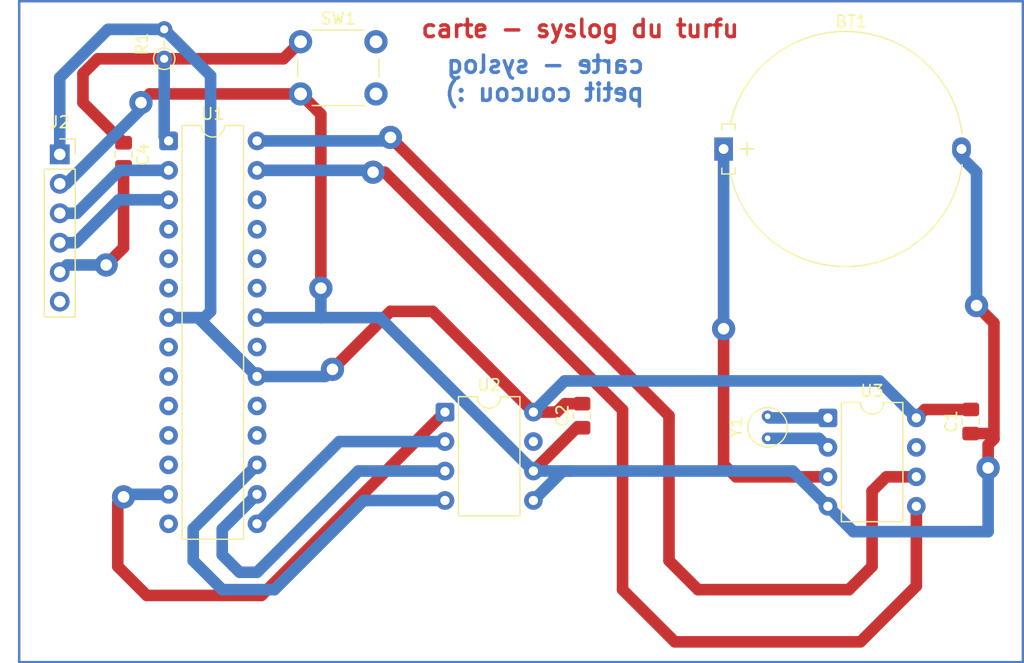
<source format=kicad_pcb>
(kicad_pcb (version 20241229) (generator "pcbnew") (generator_version "9.0")
  (layers (0 "F.Cu" signal) (2 "B.Cu" signal) (13 "F.Paste" user) (15 "B.Paste" user) (5 "F.SilkS" user "F.Silkscreen") (7 "B.SilkS" user "B.Silkscreen") (1 "F.Mask" user) (3 "B.Mask" user) (25 "Edge.Cuts" user))
  (net 0 "")
  (net 1 "Net-(BT1-+)")
  (net 2 "+5V")
  (net 3 "Net-(J2-Pin_5)")
  (net 4 "Net-(U1-~{RESET}{slash}PC6)")
  (net 5 "Net-(J2-Pin_4)")
  (net 7 "Net-(J2-Pin_3)")
  (net 8 "Net-(U1-PC4)")
  (net 13 "Net-(U1-PC5)")
  (net 17 "Net-(U1-PD7)")
  (net 19 "Net-(U1-PB2)")
  (net 26 "Net-(U1-PB1)")
  (net 27 "Net-(U1-PB3)")
  (net 31 "Net-(U3-X2)")
  (net 32 "Net-(U3-X1)")
  (net 33 "GND")
  (footprint "Package_DIP:DIP-8_W7.62mm" (layer "F.Cu") (at 169.695 95.69)
    (property "Reference" "U3" (at 3.81 -2.33 0) (layer "F.SilkS"))
    (property "Value" "DS1307")
    (fp_line (start 1.16 -1.33) (end 1.16 8.95) (stroke (width 0.12)) (layer "F.SilkS"))
    (fp_line (start 1.16 8.95) (end 6.46 8.95) (stroke (width 0.12)) (layer "F.SilkS"))
    (fp_line (start 2.81 -1.33) (end 1.16 -1.33) (stroke (width 0.12)) (layer "F.SilkS"))
    (fp_line (start 6.46 -1.33) (end 4.81 -1.33) (stroke (width 0.12)) (layer "F.SilkS"))
    (fp_line (start 6.46 8.95) (end 6.46 -1.33) (stroke (width 0.12)) (layer "F.SilkS"))
    (fp_arc (start 4.81 -1.33) (mid 3.81 -0.33) (end 2.81 -1.33) (stroke (width 0.12)) (layer "F.SilkS"))
    (pad "1" thru_hole roundrect (at 0 0) (size 1.6 1.6) (drill 0.8) (layers "*.Cu" "*.Mask") (roundrect_rratio 0.15625) (net 32 "Net-(U3-X1)"))
    (pad "2" thru_hole circle (at 0 2.54) (size 1.6 1.6) (drill 0.8) (layers "*.Cu" "*.Mask") (net 31 "Net-(U3-X2)"))
    (pad "3" thru_hole circle (at 0 5.08) (size 1.6 1.6) (drill 0.8) (layers "*.Cu" "*.Mask") (net 1 "Net-(BT1-+)"))
    (pad "4" thru_hole circle (at 0 7.62) (size 1.6 1.6) (drill 0.8) (layers "*.Cu" "*.Mask") (net 33 "GND"))
    (pad "5" thru_hole circle (at 7.62 7.62) (size 1.6 1.6) (drill 0.8) (layers "*.Cu" "*.Mask") (net 8 "Net-(U1-PC4)"))
    (pad "6" thru_hole circle (at 7.62 5.08) (size 1.6 1.6) (drill 0.8) (layers "*.Cu" "*.Mask") (net 13 "Net-(U1-PC5)"))
    (pad "7" thru_hole circle (at 7.62 2.54) (size 1.6 1.6) (drill 0.8) (layers "*.Cu" "*.Mask"))
    (pad "8" thru_hole circle (at 7.62 0) (size 1.6 1.6) (drill 0.8) (layers "*.Cu" "*.Mask") (net 2 "+5V"))
  )
  (footprint "Button_Switch_THT:SW_PUSH_6mm" (layer "F.Cu") (at 124.25 63.25)
    (property "Reference" "SW1" (at 3.25 -2 0) (layer "F.SilkS"))
    (property "Value" "ResetButton")
    (fp_line (start -0.25 1.5) (end -0.25 3) (stroke (width 0.12)) (layer "F.SilkS"))
    (fp_line (start 1 5.5) (end 5.5 5.5) (stroke (width 0.12)) (layer "F.SilkS"))
    (fp_line (start 5.5 -1) (end 1 -1) (stroke (width 0.12)) (layer "F.SilkS"))
    (fp_line (start 6.75 3) (end 6.75 1.5) (stroke (width 0.12)) (layer "F.SilkS"))
    (pad "1" thru_hole circle (at 0 0 90) (size 2 2) (drill 1.1) (layers "*.Cu" "*.Mask") (net 4 "Net-(U1-~{RESET}{slash}PC6)"))
    (pad "1" thru_hole circle (at 6.5 0 90) (size 2 2) (drill 1.1) (layers "*.Cu" "*.Mask") (net 4 "Net-(U1-~{RESET}{slash}PC6)"))
    (pad "2" thru_hole circle (at 0 4.5 90) (size 2 2) (drill 1.1) (layers "*.Cu" "*.Mask") (net 33 "GND"))
    (pad "2" thru_hole circle (at 6.5 4.5 90) (size 2 2) (drill 1.1) (layers "*.Cu" "*.Mask") (net 33 "GND"))
  )
  (footprint "Resistor_THT:R_Axial_DIN0204_L3.6mm_D1.6mm_P2.54mm_Vertical" (layer "F.Cu") (at 112.5 64.72 90)
    (property "Reference" "R1" (at 1.27 -1.92 90) (layer "F.SilkS"))
    (property "Value" "10kOhm")
    (fp_line (start 0.92 0) (end 1.54 0) (stroke (width 0.12)) (layer "F.SilkS"))
    (fp_circle (center 0 0) (end 0.92 0) (stroke (width 0.12)) (fill no) (layer "F.SilkS"))
    (pad "1" thru_hole circle (at 0 0 90) (size 1.4 1.4) (drill 0.7) (layers "*.Cu" "*.Mask") (net 4 "Net-(U1-~{RESET}{slash}PC6)"))
    (pad "2" thru_hole oval (at 2.54 0 90) (size 1.4 1.4) (drill 0.7) (layers "*.Cu" "*.Mask") (net 2 "+5V"))
  )
  (footprint "Battery:Battery_Panasonic_CR2032-HFN_Horizontal_CircularHoles" (layer "F.Cu") (at 160.705 72.499878)
    (property "Reference" "BT1" (at 11 -11 0) (layer "F.SilkS"))
    (property "Value" "CR2025")
    (fp_line (start -0.15 -2.15) (end -0.15 -1.65) (stroke (width 0.12)) (layer "F.SilkS"))
    (fp_line (start -0.15 -2.15) (end 1 -2.15) (stroke (width 0.12)) (layer "F.SilkS"))
    (fp_line (start -0.15 2.15) (end -0.15 1.65) (stroke (width 0.12)) (layer "F.SilkS"))
    (fp_line (start -0.15 2.15) (end 1 2.15) (stroke (width 0.12)) (layer "F.SilkS"))
    (fp_line (start 1 -2.15) (end 1 -1.65) (stroke (width 0.12)) (layer "F.SilkS"))
    (fp_line (start 1 2.15) (end 1 1.65) (stroke (width 0.12)) (layer "F.SilkS"))
    (fp_arc (start 0.59 -2.15) (mid 10.91 -10.13) (end 20.55 -1.35) (stroke (width 0.12)) (layer "F.SilkS"))
    (fp_arc (start 20.55 1.35) (mid 10.91 10.13) (end 0.59 2.15) (stroke (width 0.12)) (layer "F.SilkS"))
    (fp_text user "+" (at 2.032 -0.127 0) (layer "F.SilkS") (effects (font (size 1.5 1.5))))
    (pad "1" thru_hole rect (at 0 0) (size 1.6 2) (drill 0.85) (layers "*.Cu" "*.Mask") (net 1 "Net-(BT1-+)"))
    (pad "2" thru_hole oval (at 20.5 0) (size 1.6 2) (drill 0.85) (layers "*.Cu" "*.Mask") (net 33 "GND"))
  )
  (footprint "Crystal:Crystal_Round_D3.0mm_Vertical" (layer "F.Cu") (at 164.5 97.45 90)
    (property "Reference" "Y1" (at 0.95 -2.7 90) (layer "F.SilkS"))
    (property "Value" "32kHz")
    (fp_arc (start 2.65 0) (mid 0.95 1.7) (end -0.75 0) (stroke (width 0.12)) (layer "F.SilkS"))
    (fp_arc (start -0.75 0) (mid 0.95 -1.7) (end 2.65 0) (stroke (width 0.12)) (layer "F.SilkS"))
    (pad "1" thru_hole circle (at 0 0 90) (size 1 1) (drill 0.5) (layers "*.Cu" "*.Mask") (net 31 "Net-(U3-X2)"))
    (pad "2" thru_hole circle (at 1.9 0 90) (size 1 1) (drill 0.5) (layers "*.Cu" "*.Mask") (net 32 "Net-(U3-X1)"))
  )
  (footprint "Package_DIP:DIP-28_W7.62mm" (layer "F.Cu") (at 112.88 71.8)
    (property "Reference" "U1" (at 3.81 -2.33 0) (layer "F.SilkS"))
    (property "Value" "ATmega328P")
    (fp_line (start 1.16 -1.33) (end 1.16 34.35) (stroke (width 0.12)) (layer "F.SilkS"))
    (fp_line (start 1.16 34.35) (end 6.46 34.35) (stroke (width 0.12)) (layer "F.SilkS"))
    (fp_line (start 2.81 -1.33) (end 1.16 -1.33) (stroke (width 0.12)) (layer "F.SilkS"))
    (fp_line (start 6.46 -1.33) (end 4.81 -1.33) (stroke (width 0.12)) (layer "F.SilkS"))
    (fp_line (start 6.46 34.35) (end 6.46 -1.33) (stroke (width 0.12)) (layer "F.SilkS"))
    (fp_arc (start 4.81 -1.33) (mid 3.81 -0.33) (end 2.81 -1.33) (stroke (width 0.12)) (layer "F.SilkS"))
    (pad "1" thru_hole roundrect (at 0 0) (size 1.6 1.6) (drill 0.8) (layers "*.Cu" "*.Mask") (roundrect_rratio 0.15625) (net 4 "Net-(U1-~{RESET}{slash}PC6)"))
    (pad "2" thru_hole circle (at 0 2.54) (size 1.6 1.6) (drill 0.8) (layers "*.Cu" "*.Mask") (net 7 "Net-(J2-Pin_3)"))
    (pad "3" thru_hole circle (at 0 5.08) (size 1.6 1.6) (drill 0.8) (layers "*.Cu" "*.Mask") (net 5 "Net-(J2-Pin_4)"))
    (pad "4" thru_hole circle (at 0 7.62) (size 1.6 1.6) (drill 0.8) (layers "*.Cu" "*.Mask"))
    (pad "5" thru_hole circle (at 0 10.16) (size 1.6 1.6) (drill 0.8) (layers "*.Cu" "*.Mask"))
    (pad "6" thru_hole circle (at 0 12.7) (size 1.6 1.6) (drill 0.8) (layers "*.Cu" "*.Mask"))
    (pad "7" thru_hole circle (at 0 15.24) (size 1.6 1.6) (drill 0.8) (layers "*.Cu" "*.Mask") (net 2 "+5V"))
    (pad "8" thru_hole circle (at 0 17.78) (size 1.6 1.6) (drill 0.8) (layers "*.Cu" "*.Mask") (net 33 "GND"))
    (pad "9" thru_hole circle (at 0 20.32) (size 1.6 1.6) (drill 0.8) (layers "*.Cu" "*.Mask"))
    (pad "10" thru_hole circle (at 0 22.86) (size 1.6 1.6) (drill 0.8) (layers "*.Cu" "*.Mask"))
    (pad "11" thru_hole circle (at 0 25.4) (size 1.6 1.6) (drill 0.8) (layers "*.Cu" "*.Mask"))
    (pad "12" thru_hole circle (at 0 27.94) (size 1.6 1.6) (drill 0.8) (layers "*.Cu" "*.Mask"))
    (pad "13" thru_hole circle (at 0 30.48) (size 1.6 1.6) (drill 0.8) (layers "*.Cu" "*.Mask") (net 17 "Net-(U1-PD7)"))
    (pad "14" thru_hole circle (at 0 33.02) (size 1.6 1.6) (drill 0.8) (layers "*.Cu" "*.Mask"))
    (pad "15" thru_hole circle (at 7.62 33.02) (size 1.6 1.6) (drill 0.8) (layers "*.Cu" "*.Mask") (net 26 "Net-(U1-PB1)"))
    (pad "16" thru_hole circle (at 7.62 30.48) (size 1.6 1.6) (drill 0.8) (layers "*.Cu" "*.Mask") (net 19 "Net-(U1-PB2)"))
    (pad "17" thru_hole circle (at 7.62 27.94) (size 1.6 1.6) (drill 0.8) (layers "*.Cu" "*.Mask") (net 27 "Net-(U1-PB3)"))
    (pad "18" thru_hole circle (at 7.62 25.4) (size 1.6 1.6) (drill 0.8) (layers "*.Cu" "*.Mask"))
    (pad "19" thru_hole circle (at 7.62 22.86) (size 1.6 1.6) (drill 0.8) (layers "*.Cu" "*.Mask"))
    (pad "20" thru_hole circle (at 7.62 20.32) (size 1.6 1.6) (drill 0.8) (layers "*.Cu" "*.Mask") (net 2 "+5V"))
    (pad "21" thru_hole circle (at 7.62 17.78) (size 1.6 1.6) (drill 0.8) (layers "*.Cu" "*.Mask"))
    (pad "22" thru_hole circle (at 7.62 15.24) (size 1.6 1.6) (drill 0.8) (layers "*.Cu" "*.Mask") (net 33 "GND"))
    (pad "23" thru_hole circle (at 7.62 12.7) (size 1.6 1.6) (drill 0.8) (layers "*.Cu" "*.Mask"))
    (pad "24" thru_hole circle (at 7.62 10.16) (size 1.6 1.6) (drill 0.8) (layers "*.Cu" "*.Mask"))
    (pad "25" thru_hole circle (at 7.62 7.62) (size 1.6 1.6) (drill 0.8) (layers "*.Cu" "*.Mask"))
    (pad "26" thru_hole circle (at 7.62 5.08) (size 1.6 1.6) (drill 0.8) (layers "*.Cu" "*.Mask"))
    (pad "27" thru_hole circle (at 7.62 2.54) (size 1.6 1.6) (drill 0.8) (layers "*.Cu" "*.Mask") (net 8 "Net-(U1-PC4)"))
    (pad "28" thru_hole circle (at 7.62 0) (size 1.6 1.6) (drill 0.8) (layers "*.Cu" "*.Mask") (net 13 "Net-(U1-PC5)"))
  )
  (footprint "Capacitor_SMD:C_0805_2012Metric_Pad1.18x1.45mm_HandSolder" (layer "F.Cu") (at 182 96 90)
    (property "Reference" "C1" (at 0 -1.68 90) (layer "F.SilkS"))
    (property "Value" "100nF")
    (fp_line (start -0.261252 -0.735) (end 0.261252 -0.735) (stroke (width 0.12)) (layer "F.SilkS"))
    (fp_line (start -0.261252 0.735) (end 0.261252 0.735) (stroke (width 0.12)) (layer "F.SilkS"))
    (pad "1" smd roundrect (at -1.0375 0 90) (size 1.175 1.45) (layers "F.Cu" "F.Mask" "F.Paste") (roundrect_rratio 0.212766) (net 33 "GND"))
    (pad "2" smd roundrect (at 1.0375 0 90) (size 1.175 1.45) (layers "F.Cu" "F.Mask" "F.Paste") (roundrect_rratio 0.212766) (net 2 "+5V"))
  )
  (footprint "Capacitor_SMD:C_0805_2012Metric_Pad1.18x1.45mm_HandSolder" (layer "F.Cu") (at 148.5 95.5 90)
    (property "Reference" "C2" (at 0 -1.68 90) (layer "F.SilkS"))
    (property "Value" "100nF")
    (fp_line (start -0.261252 -0.735) (end 0.261252 -0.735) (stroke (width 0.12)) (layer "F.SilkS"))
    (fp_line (start -0.261252 0.735) (end 0.261252 0.735) (stroke (width 0.12)) (layer "F.SilkS"))
    (pad "1" smd roundrect (at -1.0375 0 90) (size 1.175 1.45) (layers "F.Cu" "F.Mask" "F.Paste") (roundrect_rratio 0.212766) (net 33 "GND"))
    (pad "2" smd roundrect (at 1.0375 0 90) (size 1.175 1.45) (layers "F.Cu" "F.Mask" "F.Paste") (roundrect_rratio 0.212766) (net 2 "+5V"))
  )
  (footprint "Package_DIP:DIP-8_W7.62mm" (layer "F.Cu") (at 136.695 95.19)
    (property "Reference" "U2" (at 3.81 -2.33 0) (layer "F.SilkS"))
    (property "Value" "93C06")
    (fp_line (start 1.16 -1.33) (end 1.16 8.95) (stroke (width 0.12)) (layer "F.SilkS"))
    (fp_line (start 1.16 8.95) (end 6.46 8.95) (stroke (width 0.12)) (layer "F.SilkS"))
    (fp_line (start 2.81 -1.33) (end 1.16 -1.33) (stroke (width 0.12)) (layer "F.SilkS"))
    (fp_line (start 6.46 -1.33) (end 4.81 -1.33) (stroke (width 0.12)) (layer "F.SilkS"))
    (fp_line (start 6.46 8.95) (end 6.46 -1.33) (stroke (width 0.12)) (layer "F.SilkS"))
    (fp_arc (start 4.81 -1.33) (mid 3.81 -0.33) (end 2.81 -1.33) (stroke (width 0.12)) (layer "F.SilkS"))
    (pad "1" thru_hole roundrect (at 0 0) (size 1.6 1.6) (drill 0.8) (layers "*.Cu" "*.Mask") (roundrect_rratio 0.15625) (net 17 "Net-(U1-PD7)"))
    (pad "2" thru_hole circle (at 0 2.54) (size 1.6 1.6) (drill 0.8) (layers "*.Cu" "*.Mask") (net 26 "Net-(U1-PB1)"))
    (pad "3" thru_hole circle (at 0 5.08) (size 1.6 1.6) (drill 0.8) (layers "*.Cu" "*.Mask") (net 19 "Net-(U1-PB2)"))
    (pad "4" thru_hole circle (at 0 7.62) (size 1.6 1.6) (drill 0.8) (layers "*.Cu" "*.Mask") (net 27 "Net-(U1-PB3)"))
    (pad "5" thru_hole circle (at 7.62 7.62) (size 1.6 1.6) (drill 0.8) (layers "*.Cu" "*.Mask") (net 33 "GND"))
    (pad "6" thru_hole circle (at 7.62 5.08) (size 1.6 1.6) (drill 0.8) (layers "*.Cu" "*.Mask") (net 33 "GND"))
    (pad "7" thru_hole circle (at 7.62 2.54) (size 1.6 1.6) (drill 0.8) (layers "*.Cu" "*.Mask"))
    (pad "8" thru_hole circle (at 7.62 0) (size 1.6 1.6) (drill 0.8) (layers "*.Cu" "*.Mask") (net 2 "+5V"))
  )
  (footprint "Capacitor_SMD:C_0805_2012Metric_Pad1.18x1.45mm_HandSolder" (layer "F.Cu") (at 109 73 -90)
    (property "Reference" "C4" (at 0 -1.68 90) (layer "F.SilkS"))
    (property "Value" "100nF")
    (fp_line (start -0.261252 0.735) (end 0.261252 0.735) (stroke (width 0.12)) (layer "F.SilkS"))
    (fp_line (start -0.261252 -0.735) (end 0.261252 -0.735) (stroke (width 0.12)) (layer "F.SilkS"))
    (pad "1" smd roundrect (at -1.0375 0 270) (size 1.175 1.45) (layers "F.Cu" "F.Mask" "F.Paste") (roundrect_rratio 0.212766) (net 4 "Net-(U1-~{RESET}{slash}PC6)"))
    (pad "2" smd roundrect (at 1.0375 0 270) (size 1.175 1.45) (layers "F.Cu" "F.Mask" "F.Paste") (roundrect_rratio 0.212766) (net 3 "Net-(J2-Pin_5)"))
  )
  (footprint "Connector_PinSocket_2.54mm:PinSocket_1x06_P2.54mm_Vertical" (layer "F.Cu") (at 103.5 72.96)
    (property "Reference" "J2" (at 0 -2.77 0) (layer "F.SilkS"))
    (property "Value" "CP2102 PINS")
    (fp_line (start -1.33 1.27) (end -1.33 14.03) (stroke (width 0.12)) (layer "F.SilkS"))
    (fp_line (start -1.33 1.27) (end 1.33 1.27) (stroke (width 0.12)) (layer "F.SilkS"))
    (fp_line (start -1.33 14.03) (end 1.33 14.03) (stroke (width 0.12)) (layer "F.SilkS"))
    (fp_line (start 0 -1.33) (end 1.33 -1.33) (stroke (width 0.12)) (layer "F.SilkS"))
    (fp_line (start 1.33 -1.33) (end 1.33 0) (stroke (width 0.12)) (layer "F.SilkS"))
    (fp_line (start 1.33 1.27) (end 1.33 14.03) (stroke (width 0.12)) (layer "F.SilkS"))
    (pad "1" thru_hole rect (at 0 0) (size 1.7 1.7) (drill 1) (layers "*.Cu" "*.Mask") (net 2 "+5V"))
    (pad "2" thru_hole oval (at 0 2.54) (size 1.7 1.7) (drill 1) (layers "*.Cu" "*.Mask") (net 33 "GND"))
    (pad "3" thru_hole oval (at 0 5.08) (size 1.7 1.7) (drill 1) (layers "*.Cu" "*.Mask") (net 7 "Net-(J2-Pin_3)"))
    (pad "4" thru_hole oval (at 0 7.62) (size 1.7 1.7) (drill 1) (layers "*.Cu" "*.Mask") (net 5 "Net-(J2-Pin_4)"))
    (pad "5" thru_hole oval (at 0 10.16) (size 1.7 1.7) (drill 1) (layers "*.Cu" "*.Mask") (net 3 "Net-(J2-Pin_5)"))
    (pad "6" thru_hole oval (at 0 12.7) (size 1.7 1.7) (drill 1) (layers "*.Cu" "*.Mask"))
  )
  (gr_rect (start 100 59.75) (end 186.5 116.75) (stroke (width 0.2)) (fill no) (layer "F.Cu"))
  (gr_rect (start 100 59.75) (end 186.5 116.75) (stroke (width 0.2)) (fill no) (layer "B.Cu"))
  (gr_text "carte - syslog du turfu\n" (at 134.5 63 0) (layer "F.Cu") (effects (font (size 1.5 1.5) (thickness 0.3) (bold yes)) (justify left bottom)))
  (gr_text "carte - syslog\npetit coucou :)\n" (at 154 68.5 0) (layer "B.Cu") (effects (font (size 1.5 1.5) (thickness 0.3) (bold yes)) (justify left bottom mirror)))
  (segment (start 160.705 99.705) (end 161.77 100.77) (width 1) (layer "F.Cu") (net 1))
  (segment (start 161.77 100.77) (end 169.695 100.77) (width 1) (layer "F.Cu") (net 1))
  (segment (start 160.705 88) (end 160.705 99.705) (width 1) (layer "F.Cu") (net 1))
  (via (at 160.705 88) (size 2) (drill 1) (layers "F.Cu" "B.Cu") (net 1))
  (segment (start 160.705 88) (end 160.705 72.499878) (width 1) (layer "B.Cu") (net 1))
  (segment (start 178.0425 94.9625) (end 177.315 95.69) (width 1) (layer "F.Cu") (net 2))
  (segment (start 127 91.5) (end 132 86.5) (width 1) (layer "F.Cu") (net 2))
  (segment (start 144.315 95.19) (end 146.31 95.19) (width 1) (layer "F.Cu") (net 2))
  (segment (start 132 86.5) (end 135.625 86.5) (width 1) (layer "F.Cu") (net 2))
  (segment (start 182 94.9625) (end 178.0425 94.9625) (width 1) (layer "F.Cu") (net 2))
  (segment (start 146.31 95.19) (end 147.0375 94.4625) (width 1) (layer "F.Cu") (net 2))
  (segment (start 147.0375 94.4625) (end 148.5 94.4625) (width 1) (layer "F.Cu") (net 2))
  (segment (start 135.625 86.5) (end 144.315 95.19) (width 1) (layer "F.Cu") (net 2))
  (via (at 127 91.5) (size 2) (drill 1) (layers "F.Cu" "B.Cu") (net 2))
  (segment (start 112.5 62.18) (end 116.5 66.18) (width 1) (layer "B.Cu") (net 2))
  (segment (start 115.42 87.04) (end 120.5 92.12) (width 1) (layer "B.Cu") (net 2))
  (segment (start 103.5 72.96) (end 103.5 66.34) (width 1) (layer "B.Cu") (net 2))
  (segment (start 112.88 87.04) (end 115.42 87.04) (width 1) (layer "B.Cu") (net 2))
  (segment (start 115.96 87.04) (end 112.88 87.04) (width 1) (layer "B.Cu") (net 2))
  (segment (start 103.5 66.34) (end 107.66 62.18) (width 1) (layer "B.Cu") (net 2))
  (segment (start 120.5 92.12) (end 126.38 92.12) (width 1) (layer "B.Cu") (net 2))
  (segment (start 116.5 86.5) (end 115.96 87.04) (width 1) (layer "B.Cu") (net 2))
  (segment (start 177.315 95.69) (end 174.125 92.5) (width 1) (layer "B.Cu") (net 2))
  (segment (start 147.005 92.5) (end 144.315 95.19) (width 1) (layer "B.Cu") (net 2))
  (segment (start 107.66 62.18) (end 112.5 62.18) (width 1) (layer "B.Cu") (net 2))
  (segment (start 174.125 92.5) (end 147.005 92.5) (width 1) (layer "B.Cu") (net 2))
  (segment (start 116.5 66.18) (end 116.5 86.5) (width 1) (layer "B.Cu") (net 2))
  (segment (start 126.38 92.12) (end 127 91.5) (width 1) (layer "B.Cu") (net 2))
  (segment (start 109 74.0375) (end 109 81) (width 1) (layer "F.Cu") (net 3))
  (segment (start 109 81) (end 107.5 82.5) (width 1) (layer "F.Cu") (net 3))
  (via (at 107.5 82.5) (size 2) (drill 1) (layers "F.Cu" "B.Cu") (net 3))
  (segment (start 104.12 82.5) (end 103.5 83.12) (width 1) (layer "B.Cu") (net 3))
  (segment (start 107.5 82.5) (end 104.12 82.5) (width 1) (layer "B.Cu") (net 3))
  (segment (start 112.7175 71.9625) (end 112.88 71.8) (width 1) (layer "F.Cu") (net 4))
  (segment (start 106.78 64.72) (end 112.5 64.72) (width 1) (layer "F.Cu") (net 4))
  (segment (start 108.5 71.4625) (end 108.4625 71.4625) (width 1) (layer "F.Cu") (net 4))
  (segment (start 105.5 68.5) (end 105.5 66) (width 1) (layer "F.Cu") (net 4))
  (segment (start 122.78 64.72) (end 112.5 64.72) (width 1) (layer "F.Cu") (net 4))
  (segment (start 108.4625 71.4625) (end 105.5 68.5) (width 1) (layer "F.Cu") (net 4))
  (segment (start 109 71.9625) (end 108.5 71.4625) (width 1) (layer "F.Cu") (net 4))
  (segment (start 105.5 66) (end 106.78 64.72) (width 1) (layer "F.Cu") (net 4))
  (segment (start 124.25 63.25) (end 122.78 64.72) (width 1) (layer "F.Cu") (net 4))
  (segment (start 112.5 71.42) (end 112.88 71.8) (width 1) (layer "B.Cu") (net 4))
  (segment (start 112.5 64.72) (end 112.5 71.42) (width 1) (layer "B.Cu") (net 4))
  (segment (start 104.88231 80.58) (end 108.58231 76.88) (width 1) (layer "B.Cu") (net 5))
  (segment (start 103.5 80.58) (end 104.88231 80.58) (width 1) (layer "B.Cu") (net 5))
  (segment (start 108.58231 76.88) (end 112.88 76.88) (width 1) (layer "B.Cu") (net 5))
  (segment (start 104.96 78.04) (end 108.66 74.34) (width 1) (layer "B.Cu") (net 7))
  (segment (start 103.5 78.04) (end 104.96 78.04) (width 1) (layer "B.Cu") (net 7))
  (segment (start 108.66 74.34) (end 112.88 74.34) (width 1) (layer "B.Cu") (net 7))
  (segment (start 156.5 115) (end 152 110.5) (width 1) (layer "F.Cu") (net 8))
  (segment (start 177.315 103.31) (end 177.315 110.185) (width 1) (layer "F.Cu") (net 8))
  (segment (start 130.541844 74.458156) (end 130.5 74.5) (width 1) (layer "F.Cu") (net 8))
  (segment (start 152 110.5) (end 152 95) (width 1) (layer "F.Cu") (net 8))
  (segment (start 172.5 115) (end 156.5 115) (width 1) (layer "F.Cu") (net 8))
  (segment (start 130.5 74.5) (end 131.5 74.5) (width 1) (layer "F.Cu") (net 8))
  (segment (start 131.5 74.5) (end 152 95) (width 1) (layer "F.Cu") (net 8))
  (segment (start 177.315 110.185) (end 172.5 115) (width 1) (layer "F.Cu") (net 8))
  (via (at 130.5 74.5) (size 2) (drill 1) (layers "F.Cu" "B.Cu") (net 8))
  (segment (start 130.34 74.34) (end 120.5 74.34) (width 1) (layer "B.Cu") (net 8))
  (segment (start 130.5 74.5) (end 130.34 74.34) (width 1) (layer "B.Cu") (net 8))
  (segment (start 171.5 110.5) (end 173.5 108.5) (width 1) (layer "F.Cu") (net 13))
  (segment (start 132.3 71.8) (end 156 95.5) (width 1) (layer "F.Cu") (net 13))
  (segment (start 156 95.5) (end 156 108) (width 1) (layer "F.Cu") (net 13))
  (segment (start 174.73 100.77) (end 177.315 100.77) (width 1) (layer "F.Cu") (net 13))
  (segment (start 132.3 71.8) (end 132 71.5) (width 1) (layer "F.Cu") (net 13))
  (segment (start 158.5 110.5) (end 171.5 110.5) (width 1) (layer "F.Cu") (net 13))
  (segment (start 173.5 108.5) (end 173.5 102) (width 1) (layer "F.Cu") (net 13))
  (segment (start 173.5 102) (end 174.73 100.77) (width 1) (layer "F.Cu") (net 13))
  (segment (start 156 108) (end 158.5 110.5) (width 1) (layer "F.Cu") (net 13))
  (via (at 132 71.5) (size 2) (drill 1) (layers "F.Cu" "B.Cu") (net 13))
  (segment (start 132 71.5) (end 131.7 71.8) (width 1) (layer "B.Cu") (net 13))
  (segment (start 131.7 71.8) (end 120.5 71.8) (width 1) (layer "B.Cu") (net 13))
  (segment (start 108.5 103) (end 109 102.5) (width 1) (layer "F.Cu") (net 17))
  (segment (start 120.885 111) (end 111 111) (width 1) (layer "F.Cu") (net 17))
  (segment (start 108.5 108.5) (end 108.5 103) (width 1) (layer "F.Cu") (net 17))
  (segment (start 111 111) (end 108.5 108.5) (width 1) (layer "F.Cu") (net 17))
  (segment (start 120.885 111) (end 136.695 95.19) (width 1) (layer "F.Cu") (net 17))
  (via (at 109 102.5) (size 2) (drill 1) (layers "F.Cu" "B.Cu") (net 17))
  (segment (start 112.88 102.28) (end 109.22 102.28) (width 1) (layer "B.Cu") (net 17))
  (segment (start 109.22 102.28) (end 109 102.5) (width 1) (layer "B.Cu") (net 17))
  (segment (start 129.23 100.27) (end 136.695 100.27) (width 1) (layer "B.Cu") (net 19))
  (segment (start 119 109) (end 120.5 109) (width 1) (layer "B.Cu") (net 19))
  (segment (start 120.5 102.28) (end 117.5 105.28) (width 1) (layer "B.Cu") (net 19))
  (segment (start 117.5 107.5) (end 119 109) (width 1) (layer "B.Cu") (net 19))
  (segment (start 117.5 105.28) (end 117.5 107.5) (width 1) (layer "B.Cu") (net 19))
  (segment (start 120.5 109) (end 129.23 100.27) (width 1) (layer "B.Cu") (net 19))
  (segment (start 127.59 97.73) (end 120.5 104.82) (width 1) (layer "B.Cu") (net 26))
  (segment (start 136.695 97.73) (end 127.59 97.73) (width 1) (layer "B.Cu") (net 26))
  (segment (start 136.695 102.81) (end 129.69 102.81) (width 1) (layer "B.Cu") (net 27))
  (segment (start 129.69 102.81) (end 122 110.5) (width 1) (layer "B.Cu") (net 27))
  (segment (start 122 110.5) (end 117.5 110.5) (width 1) (layer "B.Cu") (net 27))
  (segment (start 115 105.24) (end 120.5 99.74) (width 1) (layer "B.Cu") (net 27))
  (segment (start 115 108) (end 115 105.24) (width 1) (layer "B.Cu") (net 27))
  (segment (start 117.5 110.5) (end 115 108) (width 1) (layer "B.Cu") (net 27))
  (segment (start 164.5 97.45) (end 168.915 97.45) (width 1) (layer "B.Cu") (net 31))
  (segment (start 168.915 97.45) (end 169.695 98.23) (width 1) (layer "B.Cu") (net 31))
  (segment (start 169.555 95.55) (end 169.695 95.69) (width 1) (layer "F.Cu") (net 32))
  (segment (start 164.64 95.69) (end 164.5 95.55) (width 1) (layer "B.Cu") (net 32))
  (segment (start 169.695 95.69) (end 164.64 95.69) (width 1) (layer "B.Cu") (net 32))
  (segment (start 184 97.5) (end 184 87.5) (width 1) (layer "F.Cu") (net 33))
  (segment (start 184 87.5) (end 182.5 86) (width 1) (layer "F.Cu") (net 33))
  (segment (start 184 97.5) (end 183.5375 97.0375) (width 1) (layer "F.Cu") (net 33))
  (segment (start 124.25 67.75) (end 126 69.5) (width 1) (layer "F.Cu") (net 33))
  (segment (start 148.5 96.5375) (end 148.0475 96.5375) (width 1) (layer "F.Cu") (net 33))
  (segment (start 126 69.5) (end 126 84.5) (width 1) (layer "F.Cu") (net 33))
  (segment (start 183.5 98) (end 184 97.5) (width 1) (layer "F.Cu") (net 33))
  (segment (start 111.25 67.75) (end 110.5 68.5) (width 1) (layer "F.Cu") (net 33))
  (segment (start 148.0475 96.5375) (end 144.315 100.27) (width 1) (layer "F.Cu") (net 33))
  (segment (start 183.5 100) (end 183.5 98) (width 1) (layer "F.Cu") (net 33))
  (segment (start 183.5375 97.0375) (end 182 97.0375) (width 1) (layer "F.Cu") (net 33))
  (segment (start 124.25 67.75) (end 111.25 67.75) (width 1) (layer "F.Cu") (net 33))
  (via (at 110.5 68.5) (size 2) (drill 1) (layers "F.Cu" "B.Cu") (net 33))
  (via (at 182.5 86) (size 2) (drill 1) (layers "F.Cu" "B.Cu") (net 33))
  (via (at 126 84.5) (size 2) (drill 1) (layers "F.Cu" "B.Cu") (net 33))
  (via (at 183.5 100) (size 2) (drill 1) (layers "F.Cu" "B.Cu") (net 33))
  (segment (start 146.855 100.27) (end 144.315 102.81) (width 1) (layer "B.Cu") (net 33))
  (segment (start 182.5 74.5) (end 181.205 73.205) (width 1) (layer "B.Cu") (net 33))
  (segment (start 110.5 69.062) (end 110.5 68.5) (width 1) (layer "B.Cu") (net 33))
  (segment (start 126 87.04) (end 131.085 87.04) (width 1) (layer "B.Cu") (net 33))
  (segment (start 120.5 87.04) (end 126 87.04) (width 1) (layer "B.Cu") (net 33))
  (segment (start 147.5 100.27) (end 146.855 100.27) (width 1) (layer "B.Cu") (net 33))
  (segment (start 126 84.5) (end 126 87.04) (width 1) (layer "B.Cu") (net 33))
  (segment (start 181.205 73.205) (end 181.205 72.499878) (width 1) (layer "B.Cu") (net 33))
  (segment (start 104.062 75.5) (end 110.5 69.062) (width 1) (layer "B.Cu") (net 33))
  (segment (start 182.5 86) (end 182.5 74.5) (width 1) (layer "B.Cu") (net 33))
  (segment (start 103.5 75.5) (end 104.062 75.5) (width 1) (layer "B.Cu") (net 33))
  (segment (start 144.315 100.27) (end 147.5 100.27) (width 1) (layer "B.Cu") (net 33))
  (segment (start 183.5 105.5) (end 183.5 100) (width 1) (layer "B.Cu") (net 33))
  (segment (start 166.655 100.27) (end 169.695 103.31) (width 1) (layer "B.Cu") (net 33))
  (segment (start 131.085 87.04) (end 144.315 100.27) (width 1) (layer "B.Cu") (net 33))
  (segment (start 169.695 103.31) (end 171.885 105.5) (width 1) (layer "B.Cu") (net 33))
  (segment (start 147.5 100.27) (end 166.655 100.27) (width 1) (layer "B.Cu") (net 33))
  (segment (start 171.885 105.5) (end 183.5 105.5) (width 1) (layer "B.Cu") (net 33))
)
</source>
